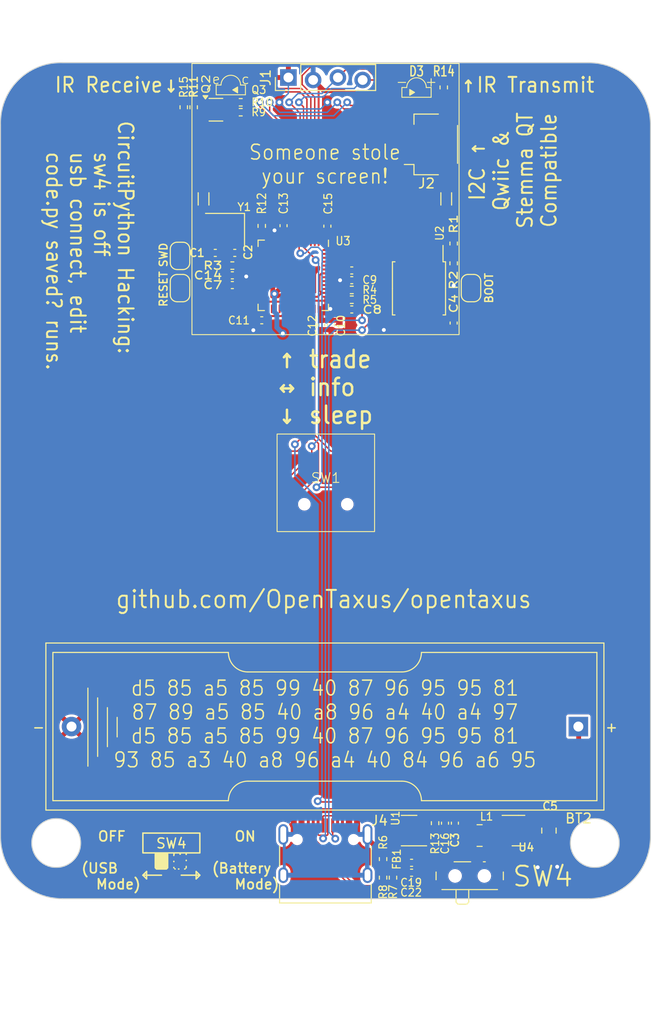
<source format=kicad_pcb>
(kicad_pcb (version 20241229) (generator "pcbnew") (generator_version "9.0")
  (title_block (title "OpenTaxus Badge") (date "2024-06-12") (rev "1.0") (comment 1 "Joe FitzPatrick") (comment 2 "joefitz@securinghw.com"))
  (layers (0 "F.Cu" signal) (2 "B.Cu" signal) (13 "F.Paste" user) (15 "B.Paste" user) (5 "F.SilkS" user "F.Silkscreen") (7 "B.SilkS" user "B.Silkscreen") (1 "F.Mask" user) (3 "B.Mask" user) (25 "Edge.Cuts" user))
  (net 0 "")
  (net 1 "GND")
  (net 2 "Net-(C1-Pad1)")
  (net 3 "/XIN")
  (net 4 "+3V3")
  (net 5 "+1V1")
  (net 6 "/VBUS")
  (net 7 "/GPIO0{slash}TX")
  (net 8 "/GPIO1{slash}RX")
  (net 9 "/SHIELD")
  (net 10 "/~{USB_BOOT}")
  (net 11 "Net-(J4-CC1)")
  (net 12 "/USB_D-")
  (net 13 "/USB_D+")
  (net 15 "Net-(J4-CC2)")
  (net 17 "Net-(U4-SW)")
  (net 18 "/QSPI_SS")
  (net 19 "/XOUT")
  (net 20 "Net-(U3-USB_DP)")
  (net 21 "Net-(U3-USB_DM)")
  (net 22 "/GPIO2{slash}SD")
  (net 23 "/GPIO3{slash}L")
  (net 24 "/GPIO28_ADC2{slash}D")
  (net 25 "/GPIO4{slash}R")
  (net 26 "/GPIO29_ADC3{slash}X")
  (net 27 "/QSPI_SD1")
  (net 28 "/QSPI_SD2")
  (net 29 "/QSPI_SD0")
  (net 30 "/QSPI_SCLK")
  (net 31 "/QSPI_SD3")
  (net 32 "/GPIO5")
  (net 33 "/GPIO6{slash}SDA")
  (net 34 "/GPIO7{slash}SCL")
  (net 35 "/GPIO8")
  (net 36 "+VSW")
  (net 37 "/GPIO13")
  (net 38 "/GPIO14")
  (net 39 "/GPIO15")
  (net 40 "/SWCLK")
  (net 41 "/SWD")
  (net 42 "/RUN")
  (net 43 "/GPIO16")
  (net 44 "/GPIO17")
  (net 45 "/GPIO18")
  (net 46 "/GPIO19")
  (net 47 "/GPIO20")
  (net 48 "/GPIO21")
  (net 49 "/GPIO22")
  (net 50 "/GPIO23")
  (net 51 "/GPIO24")
  (net 52 "/GPIO25")
  (net 53 "/VUSB")
  (net 54 "/GPIO27_ADC1{slash}U")
  (net 55 "Net-(Q2A-B1)")
  (net 57 "Net-(D1-DIN)")
  (net 58 "Net-(Q2A-C1)")
  (net 59 "Net-(D3-A)")
  (net 60 "/GPIO26_ADC0{slash}USB_DET")
  (net 61 "/GPIO11{slash}NEO_PWR")
  (net 62 "/GPIO12{slash}NEOPIX")
  (net 63 "/VBATT")
  (net 64 "/VREG")
  (net 65 "Net-(D1-DOUT)")
  (footprint "ir:IR12-21C-TR8" (layer "F.Cu") (at 68.072 28.448)
    (property "Reference" "D3")
    (property "Value" "IR12-21C/TR8" (hide yes))
  )
  (footprint "dpad:10x10x10x9-6P-WX" (layer "F.Cu") (at 58.77 68.48)
    (property "Reference" "SW1")
    (property "Value" "dpad")
  )
  (footprint "Capacitor_SMD:C_0402_1005Metric" (layer "F.Cu") (at 47.43 44.906 180)
    (property "Reference" "C1")
    (property "Value" "22p" (hide yes))
  )
  (footprint "Resistor_SMD:R_0402_1005Metric" (layer "F.Cu") (at 65.659 108.966 -90)
    (property "Reference" "R7")
    (property "Value" "5k1" (hide yes))
  )
  (footprint "Capacitor_SMD:C_0402_1005Metric" (layer "F.Cu") (at 52.197 51.816 180)
    (property "Reference" "C11")
    (property "Value" "100n" (hide yes))
  )
  (footprint "Resistor_SMD:R_0402_1005Metric" (layer "F.Cu") (at 71.882 45.974 90)
    (property "Reference" "R2")
    (property "Value" "DNP" (hide yes))
  )
  (footprint "Inductor_SMD:L_0402_1005Metric" (layer "F.Cu") (at 67.564 106.426 180)
    (property "Reference" "FB1")
    (property "Value" "600R" (hide yes))
  )
  (footprint "Battery:BatteryHolder_Keystone_2460_1xAA" (layer "F.Cu") (at 84.674 93.472 180)
    (property "Reference" "BT2")
    (property "Value" "AA")
  )
  (footprint "Resistor_SMD:R_0402_1005Metric" (layer "F.Cu") (at 44.196 29.972 -90)
    (property "Reference" "R15")
    (property "Value" "DNP" (hide yes))
  )
  (footprint "Connector_JST:JST_SH_SM04B-SRSS-TB_1x04-1MP_P1.00mm_Horizontal" (layer "F.Cu") (at 69.596 33.782 90)
    (property "Reference" "J2")
    (property "Value" "qwiic" (hide yes))
  )
  (footprint "ws2812b:LED_WS2812B_PLCC4_1.0x1.0mm" (layer "F.Cu") (at 46.228 39.37 -90)
    (property "Reference" "D1" (hide yes))
    (property "Value" "WS2812B" (hide yes))
  )
  (footprint "Resistor_SMD:R_0402_1005Metric" (layer "F.Cu") (at 61.43 48.706)
    (property "Reference" "R4")
    (property "Value" "27" (hide yes))
  )
  (footprint "Resistor_SMD:R_0402_1005Metric" (layer "F.Cu") (at 64.643 107.061 90)
    (property "Reference" "R6")
    (property "Value" "1M" (hide yes))
  )
  (footprint "Resistor_SMD:R_0402_1005Metric" (layer "F.Cu") (at 71.882 43.942 90)
    (property "Reference" "R1")
    (property "Value" "1k" (hide yes))
  )
  (footprint "Resistor_SMD:R_0402_1005Metric" (layer "F.Cu") (at 49.18 46.206 180)
    (property "Reference" "R3")
    (property "Value" "1k" (hide yes))
  )
  (footprint "Resistor_SMD:R_0402_1005Metric" (layer "F.Cu") (at 61.43 49.706 180)
    (property "Reference" "R5")
    (property "Value" "27" (hide yes))
  )
  (footprint "Capacitor_SMD:C_0402_1005Metric" (layer "F.Cu") (at 72.009 103.378 90)
    (property "Reference" "C3")
    (property "Value" "10u" (hide yes))
  )
  (footprint "Capacitor_SMD:C_0402_1005Metric" (layer "F.Cu") (at 67.564 107.442 180)
    (property "Reference" "C19")
    (property "Value" "100n" (hide yes))
  )
  (footprint "Resistor_SMD:R_0402_1005Metric" (layer "F.Cu") (at 50.038 29.464 180)
    (property "Reference" "R10")
    (property "Value" "200k" (hide yes))
  )
  (footprint "Package_TO_SOT_SMD:SOT-363_SC-70-6" (layer "F.Cu") (at 47.498 30.226)
    (property "Reference" "Q2")
    (property "Value" "BC847BS" (hide yes))
  )
  (footprint "Resistor_SMD:R_0402_1005Metric" (layer "F.Cu") (at 45.212 29.972 -90)
    (property "Reference" "R11")
    (property "Value" "1k" (hide yes))
  )
  (footprint "Button_Switch_SMD:SW_SPDT_PCM12" (layer "F.Cu") (at 73.5275 108.458)
    (property "Reference" "SW4")
    (property "Value" "SW_SPDT" (hide yes))
  )
  (footprint "Jumper:SolderJumper-2_P1.3mm_Open_RoundedPad1.0x1.5mm" (layer "F.Cu") (at 43.815 45.212 90)
    (property "Reference" "J3" (hide yes))
    (property "Value" "SWD")
  )
  (footprint "Package_DFN_QFN:QFN-56-1EP_7x7mm_P0.4mm_EP3.2x3.2mm" (layer "F.Cu") (at 55.43 47.206 -90)
    (property "Reference" "U3")
    (property "Value" "RP2040" (hide yes))
  )
  (footprint "ir:PT12-21B-TR8" (layer "F.Cu") (at 49.022 28.194)
    (property "Reference" "Q3")
    (property "Value" "PT12-21B/TR8" (hide yes))
  )
  (footprint "ws2812b:LED_WS2812B_PLCC4_1.0x1.0mm" (layer "F.Cu") (at 71.12 39.37 90)
    (property "Reference" "D2" (hide yes))
    (property "Value" "WS2812B" (hide yes))
  )
  (footprint "Capacitor_SMD:C_0402_1005Metric" (layer "F.Cu") (at 49.18 47.206 180)
    (property "Reference" "C14")
    (property "Value" "100n" (hide yes))
  )
  (footprint "Capacitor_SMD:C_0402_1005Metric" (layer "F.Cu") (at 61.43 47.706)
    (property "Reference" "C9")
    (property "Value" "100n" (hide yes))
  )
  (footprint "Capacitor_SMD:C_0402_1005Metric" (layer "F.Cu") (at 70.993 103.378 90)
    (property "Reference" "C16")
    (property "Value" "10u" (hide yes))
  )
  (footprint "usbc:USB_C_Receptacle_HRO_TYPE-C-31-M-12" (layer "F.Cu") (at 58.725 107.662)
    (property "Reference" "J4")
    (property "Value" "USB_C_Receptacle_USB2.0" (hide yes))
  )
  (footprint "Capacitor_SMD:C_0402_1005Metric" (layer "F.Cu") (at 49.43 44.906 180)
    (property "Reference" "C2")
    (property "Value" "22p" (hide yes))
  )
  (footprint "Resistor_SMD:R_0402_1005Metric" (layer "F.Cu") (at 52.197 42.1386 90)
    (property "Reference" "R12")
    (property "Value" "220" (hide yes))
  )
  (footprint "Resistor_SMD:R_0402_1005Metric" (layer "F.Cu") (at 64.643 108.964 90)
    (property "Reference" "R8")
    (property "Value" "5k1" (hide yes))
  )
  (footprint "Crystal:Crystal_SMD_3225-4Pin_3.2x2.5mm" (layer "F.Cu") (at 48.43 42.506 180)
    (property "Reference" "Y1")
    (property "Value" "YSX321SL" (hide yes))
  )
  (footprint "Connector_PinHeader_2.54mm:PinHeader_1x04_P2.54mm_Vertical" (layer "F.Cu") (at 58.7375 26.924)
    (property "Reference" "J1")
    (property "Value" "OLED")
  )
  (footprint "Package_TO_SOT_SMD:SOT-23" (layer "F.Cu") (at 78.529 104.14)
    (property "Reference" "U4")
    (property "Value" "XT1861B332MR-G" (hide yes))
  )
  (footprint "Package_TO_SOT_SMD:SOT-23-3" (layer "F.Cu") (at 67.31 104.14 180)
    (property "Reference" "U1")
    (property "Value" "HE6206-33NR" (hide yes))
  )
  (footprint "Capacitor_SMD:C_0402_1005Metric" (layer "F.Cu") (at 59.3 52.29 -90)
    (property "Reference" "C10")
    (property "Value" "10u" (hide yes))
  )
  (footprint "Capacitor_SMD:C_0402_1005Metric" (layer "F.Cu") (at 71.882 52.098 90)
    (property "Reference" "C4")
    (property "Value" "100n" (hide yes))
  )
  (footprint "Capacitor_SMD:C_0402_1005Metric" (layer "F.Cu") (at 54.4322 42.1158 90)
    (property "Reference" "C13")
    (property "Value" "100n" (hide yes))
  )
  (footprint "Capacitor_SMD:C_0402_1005Metric" (layer "F.Cu") (at 67.564 108.458 180)
    (property "Reference" "C22")
    (property "Value" "10u" (hide yes))
  )
  (footprint "Jumper:SolderJumper-2_P1.3mm_Open_RoundedPad1.0x1.5mm" (layer "F.Cu") (at 73.66 48.514 -90)
    (property "Reference" "SW2" (hide yes))
    (property "Value" "USB_BOOT" (hide yes))
  )
  (footprint "Resistor_SMD:R_0402_1005Metric" (layer "F.Cu") (at 69.977 103.378 -90)
    (property "Reference" "R13")
    (property "Value" "1k")
  )
  (footprint "Capacitor_SMD:C_0402_1005Metric" (layer "F.Cu") (at 49.18 48.206 180)
    (property "Reference" "C7")
    (property "Value" "100n" (hide yes))
  )
  (footprint "Package_SO:SOIC-8_5.23x5.23mm_P1.27mm" (layer "F.Cu") (at 68.326 48.542 -90)
    (property "Reference" "U2")
    (property "Value" "W25Q128JVS" (hide yes))
  )
  (footprint "Jumper:SolderJumper-2_P1.3mm_Open_RoundedPad1.0x1.5mm" (layer "F.Cu") (at 43.815 48.514 -90)
    (property "Reference" "SW3" (hide yes))
    (property "Value" "RESET")
  )
  (footprint "Capacitor_SMD:C_0805_2012Metric" (layer "F.Cu") (at 81.6555 104.14 90)
    (property "Reference" "C5")
    (property "Value" "47u" (hide yes))
  )
  (footprint "Capacitor_SMD:C_0402_1005Metric" (layer "F.Cu") (at 58.3 52.3 -90)
    (property "Reference" "C12")
    (property "Value" "100n" (hide yes))
  )
  (footprint "Resistor_SMD:R_0402_1005Metric" (layer "F.Cu") (at 50.038 30.48 180)
    (property "Reference" "R9")
    (property "Value" "200k" (hide yes))
  )
  (footprint "Inductor_SMD:L_1008_2520Metric" (layer "F.Cu") (at 74.5435 104.648)
    (property "Reference" "L1")
    (property "Value" "10u" (hide yes))
  )
  (footprint "Capacitor_SMD:C_0402_1005Metric" (layer "F.Cu") (at 61.43 46.706)
    (property "Reference" "C6" (hide yes))
    (property "Value" "100n" (hide yes))
  )
  (footprint "Capacitor_SMD:C_0402_1005Metric" (layer "F.Cu") (at 61.43 50.706)
    (property "Reference" "C8")
    (property "Value" "10u" (hide yes))
  )
  (footprint "Resistor_SMD:R_0402_1005Metric" (layer "F.Cu") (at 70.866 27.94 -90)
    (property "Reference" "R14")
    (property "Value" "220" (hide yes))
  )
  (footprint "Capacitor_SMD:C_0402_1005Metric" (layer "F.Cu") (at 58.928 42.164 90)
    (property "Reference" "C15")
    (property "Value" "100n" (hide yes))
  )
  (gr_line (start 40.005 108.712) (end 40.386 109.093) (stroke (width 0.15)) (layer "F.SilkS"))
  (gr_poly (pts (xy 44.45 106.553) (xy 44.45 107.95) (xy 44.323 108.077) (xy 43.307 108.077) (xy 43.18 107.95) (xy 43.18 106.553)) (stroke (width 0.15) (type dot)) (fill no) (layer "F.SilkS"))
  (gr_line (start 40.386 108.331) (end 40.005 108.712) (stroke (width 0.15)) (layer "F.SilkS"))
  (gr_line (start 45.847 108.712) (end 45.466 108.331) (stroke (width 0.15)) (layer "F.SilkS"))
  (gr_rect (start 40.005 104.394) (end 45.847 106.426) (stroke (width 0.15)) (fill no) (layer "F.SilkS"))
  (gr_line (start 43.942 108.712) (end 45.847 108.712) (stroke (width 0.15)) (layer "F.SilkS"))
  (gr_line (start 45.466 109.093) (end 45.847 108.712) (stroke (width 0.15)) (layer "F.SilkS"))
  (gr_line (start 41.91 108.712) (end 40.005 108.712) (stroke (width 0.15)) (layer "F.SilkS"))
  (gr_line (start 40.386 109.093) (end 40.386 108.331) (stroke (width 0.15)) (layer "F.SilkS"))
  (gr_poly (pts (xy 42.545 106.553) (xy 42.545 107.95) (xy 42.418 108.077) (xy 41.402 108.077) (xy 41.275 107.95) (xy 41.275 106.553)) (stroke (width 0.15)) (fill yes) (layer "F.SilkS"))
  (gr_line (start 45.466 108.331) (end 45.466 109.093) (stroke (width 0.15)) (layer "F.SilkS"))
  (gr_line (start 40.005 108.712) (end 40.386 108.331) (stroke (width 0.15)) (layer "F.SilkS"))
  (gr_line (start 45.847 108.712) (end 45.466 109.093) (stroke (width 0.15)) (layer "F.SilkS"))
  (gr_line (start 85.725 25.4) (end 31.75 25.4) (stroke (width 0.1)) (layer "Edge.Cuts"))
  (gr_line (start 31.75 111.125) (end 85.725 111.125) (stroke (width 0.1)) (layer "Edge.Cuts"))
  (gr_arc (start 31.75 111.125) (mid 27.259872 109.265128) (end 25.4 104.775) (stroke (width 0.1)) (layer "Edge.Cuts"))
  (gr_circle (center 31.115 105.41) (end 33.6169 105.41) (stroke (width 0.1)) (fill no) (layer "Edge.Cuts"))
  (gr_line (start 92.075 104.775) (end 92.075 31.75) (stroke (width 0.1)) (layer "Edge.Cuts"))
  (gr_arc (start 92.075 104.775) (mid 90.215128 109.265128) (end 85.725 111.125) (stroke (width 0.1)) (layer "Edge.Cuts"))
  (gr_circle (center 86.36 105.41) (end 88.8619 105.41) (stroke (width 0.1)) (fill no) (layer "Edge.Cuts"))
  (gr_arc (start 25.4 31.75) (mid 27.205788 27.205788) (end 31.75 25.4) (stroke (width 0.1)) (layer "Edge.Cuts"))
  (gr_arc (start 85.725 25.4) (mid 90.215128 27.259872) (end 92.075 31.75) (stroke (width 0.1)) (layer "Edge.Cuts"))
  (gr_line (start 25.4 31.75) (end 25.4 104.775) (stroke (width 0.1)) (layer "Edge.Cuts"))
  (gr_text "IR Receive↓ " (at 44.958 27.686 0) (layer "F.SilkS") (effects (font (size 1.524 1.397) (thickness 0.2032)) (justify right)))
  (gr_text "d5 85 a5 85 99 40 87 96 95 95 81\n87 89 a5 85 40 a8 96 a4 40 a4 97\nd5 85 a5 85 99 40 87 96 95 95 81\n93 85 a3 40 a8 96 a4 40 84 96 a6 95" (at 58.674 93.218 0) (layer "F.SilkS") (effects (font (size 1.524 1.397) (thickness 0.1524))))
  (gr_text "CircuitPython Hacking:\n   sw4 is off \n   usb connect, edit \n   code.py saved? runs." (at 34.544 31.242 270) (layer "F.SilkS") (effects (font (size 1.524 1.397) (thickness 0.2032)) (justify left)))
  (gr_text "Someone stole\nyour screen!" (at 58.674 35.814 0) (layer "F.SilkS") (effects (font (size 1.524 1.397) (thickness 0.1524))))
  (gr_text "SW4" (at 41.275 106.045 0) (layer "F.SilkS") (effects (font (size 1.016 1.016) (thickness 0.1524)) (justify left bottom)))
  (gr_text "↑IR Transmit" (at 72.39 27.686 0) (layer "F.SilkS") (effects (font (size 1.524 1.397) (thickness 0.2032)) (justify left)))
  (gr_text "BOOT" (at 75.51 48.52 90) (layer "F.SilkS") (effects (font (size 0.8 0.8))))
  (gr_text "I2C ↑\nQwiic &\nStemma QT\nCompatible" (at 77.978 36.449 90) (layer "F.SilkS") (effects (font (size 1.524 1.397) (thickness 0.2032))))
  (gr_text "\ngithub.com/OpenTaxus/opentaxus\n" (at 58.547 78.994 0) (layer "F.SilkS") (effects (font (size 1.778 1.651) (thickness 0.2032))))
  (gr_text "OFF  \n\n(USB   \n  Mode)" (at 39.878 104.14 0) (layer "F.SilkS") (effects (font (size 1.016 1.016) (thickness 0.1778) (bold yes)) (justify right top)))
  (gr_text "↑ trade\n↔ info\n↓ sleep" (at 53.594 58.674 0) (layer "F.SilkS") (effects (font (size 1.778 1.651) (thickness 0.254)) (justify left)))
  (gr_text "   ON\n\n(Battery\n   Mode)" (at 46.99 104.14 0) (layer "F.SilkS") (effects (font (size 1.016 1.016) (thickness 0.1778) (bold yes)) (justify left top)))
  (segment (start 51.493994 46.206) (end 50.193994 44.906) (width 0.15) (layer "F.Cu") (net 1))
  (segment (start 55.43 47.206) (end 54.18 48.456) (width 0.5) (layer "F.Cu") (net 1))
  (segment (start 52.491006 46.206) (end 53.491006 47.206) (width 0.15) (layer "F.Cu") (net 1))
  (segment (start 53.491006 47.206) (end 55.43 47.206) (width 0.15) (layer "F.Cu") (net 1))
  (segment (start 54.5846 46.3606) (end 55.43 47.206) (width 0.5) (layer "F.Cu") (net 1))
  (segment (start 55.78 32.70642) (end 55.78 40.288) (width 0.15) (layer "F.Cu") (net 1))
  (segment (start 51.9925 46.206) (end 51.493994 46.206) (width 0.15) (layer "F.Cu") (net 1))
  (segment (start 50.189999 44.906) (end 49.91 44.906) (width 0.2) (layer "F.Cu") (net 1))
  (segment (start 51.9925 46.206) (end 52.491006 46.206) (width 0.15) (layer "F.Cu") (net 1))
  (segment (start 55.43 47.206) (end 53.536 49.1) (width 0.5) (layer "F.Cu") (net 1))
  (segment (start 53.536 49.1) (end 53.5 49.1) (width 0.5) (layer "F.Cu") (net 1))
  (segment (start 55.78 40.288) (end 54.4322 41.6358) (width 0.15) (layer "F.Cu") (net 1))
  (segment (start 55.43 47.206) (end 56.68 47.206) (width 0.5) (layer "F.Cu") (net 1))
  (segment (start 54.007259 30.933679) (end 55.78 32.70642) (width 0.15) (layer "F.Cu") (net 1))
  (segment (start 54.007259 29.464) (end 54.007259 30.933679) (width 0.15) (layer "F.Cu") (net 1))
  (segment (start 50.193994 44.906) (end 49.91 44.906) (width 0.15) (layer "F.Cu") (net 1))
  (via (at 58.928 29.464) (size 0.8) (drill 0.4) (layers "F.Cu" "B.Cu") (net 1))
  (via (at 54.356 53.1622) (size 0.8) (drill 0.4) (layers "F.Cu" "B.Cu") (net 1))
  (via (at 53.5 49.1) (size 0.8) (drill 0.4) (layers "F.Cu" "B.Cu") (net 1))
  (via (at 54.007259 29.464) (size 0.8) (drill 0.4) (layers "F.Cu" "B.Cu") (net 1))
  (segment (start 53.7464 51.2064) (end 53.5 50.96) (width 0.5) (layer "B.Cu") (net 1))
  (segment (start 58.2468 30.1452) (end 54.688459 30.1452) (width 0.15) (layer "B.Cu") (net 1))
  (segment (start 54.688459 30.1452) (end 54.007259 29.464) (width 0.15) (layer "B.Cu") (net 1))
  (segment (start 53.7464 52.5526) (end 53.7464 51.2064) (width 0.5) (layer "B.Cu") (net 1))
  (segment (start 54.007259 29.464) (end 54.9275 28.543759) (width 0.15) (layer "B.Cu") (net 1))
  (segment (start 58.928 29.464) (end 58.2468 30.1452) (width 0.15) (layer "B.Cu") (net 1))
  (segment (start 54.9275 28.543759) (end 54.9275 26.924) (width 0.15) (layer "B.Cu") (net 1))
  (segment (start 54.356 53.1622) (end 53.7464 52.5526) (width 0.5) (layer "B.Cu") (net 1))
  (segment (start 53.5 50.96) (end 53.5 49.1) (width 0.5) (layer "B.Cu") (net 1))
  (segment (start 47.91 43.936) (end 47.33 43.356) (width 0.2) (layer "F.Cu") (net 2))
  (segment (start 47.91 45.446) (end 48.67 46.206) (width 0.2) (layer "F.Cu") (net 2))
  (segment (start 47.91 44.906) (end 47.91 43.936) (width 0.2) (layer "F.Cu") (net 2))
  (segment (start 47.91 44.906) (end 47.91 45.446) (width 0.2) (layer "F.Cu") (net 2))
  (segment (start 48.53 42.556) (end 49.43 41.656) (width 0.2) (layer "F.Cu") (net 3))
  (segment (start 49.43 41.656) (end 49.53 41.656) (width 0.2) (layer "F.Cu") (net 3))
  (segment (start 49.613704 45.569704) (end 50.362724 45.569704) (width 0.15) (layer "F.Cu") (net 3))
  (segment (start 48.95 44.906) (end 49.613704 45.569704) (width 0.15) (layer "F.Cu") (net 3))
  (segment (start 51.39902 46.606) (end 51.9925 46.606) (width 0.15) (layer "F.Cu") (net 3))
  (segment (start 50.362724 45.569704) (end 51.39902 46.606) (width 0.15) (layer "F.Cu") (net 3))
  (segment (start 48.53 44.486) (end 48.53 42.556) (width 0.2) (layer "F.Cu") (net 3))
  (segment (start 48.95 44.906) (end 48.53 44.486) (width 0.2) (layer "F.Cu") (net 3))
  (segment (start 64.7192 52.8066) (end 64.7192 53.082832) (width 0.5) (layer "F.Cu") (net 4))
  (segment (start 57.4675 27.178) (end 58.03 27.7405) (width 0.2) (layer "F.Cu") (net 4))
  (segment (start 58.8675 50.611) (end 58.8675 49.556) (width 0.5) (layer "F.Cu") (net 4))
  (segment (start 59.93 47.406) (end 60.23 47.706) (width 0.2) (layer "F.Cu") (net 4))
  (segment (start 58.8675 47.806) (end 60.13 47.806) (width 0.2) (layer "F.Cu") (net 4))
  (segment (start 54.43 50.10964) (end 54.73364 49.806) (width 0.2) (layer "F.Cu") (net 4))
  (segment (start 60.13 47.806) (end 60.23 47.706) (width 0.2) (layer "F.Cu") (net 4))
  (segment (start 51.849266 52.832) (end 52.677 52.004266) (width 0.5) (layer "F.Cu") (net 4))
  (segment (start 58.18 50.611) (end 58.8675 50.611) (width 0.5) (layer "F.Cu") (net 4))
  (segment (start 58.03 50.6435) (end 58.03 49.806) (width 0.2) (layer "F.Cu") (net 4))
  (segment (start 66.021 33.334684) (end 66.021 30.297945) (width 0.5) (layer "F.Cu") (net 4))
  (segment (start 50.686521 47.406) (end 50.605206 47.324685) (width 0.2) (layer "F.Cu") (net 4))
  (segment (start 70.231 52.524684) (end 70.231 52.142) (width 0.5) (layer "F.Cu") (net 4))
  (segment (start 58.03 49.806) (end 58.8675 49.806) (width 0.2) (layer "F.Cu") (net 4))
  (segment (start 58.8675 49.406) (end 58.8675 49.806) (width 0.2) (layer "F.Cu") (net 4))
  (segment (start 58.3 51.82) (end 58.3 50.7635) (width 0.5) (layer "F.Cu") (net 4))
  (segment (start 54.22636 51.381) (end 53.112 51.381) (width 0.2) (layer "F.Cu") (net 4))
  (segment (start 58.928 42.644) (end 58.928 42.8705) (width 0.15) (layer "F.Cu") (net 4))
  (segment (start 70.667 52.578) (end 70.231 52.142) (width 0.5) (layer "F.Cu") (net 4))
  (segment (start 54.43 51.17736) (end 54.22636 51.381) (width 0.2) (layer "F.Cu") (net 4))
  (segment (start 71.9 46.502) (end 71.882 46.484) (width 0.5) (layer "F.Cu") (net 4))
  (segment (start 66.968316 34.282) (end 66.021 33.334684) (width 0.5) (layer "F.Cu") (net 4))
  (segment (start 53.112 51.381) (end 52.677 51.816) (width 0.2) (layer "F.Cu") (net 4))
  (segment (start 51.3334 52.832) (end 51.849266 52.832) (width 0.5) (layer "F.Cu") (net 4))
  (segment (start 58.928 42.8705) (end 58.03 43.7685) (width 0.15) (layer "F.Cu") (net 4))
  (segment (start 60.23 47.706) (end 60.95 47.706) (width 0.2) (layer "F.Cu") (net 4))
  (segment (start 68.663684 54.092) (end 70.231 52.524684) (width 0.5) (layer "F.Cu") (net 4))
  (segment (start 60.708422 28.478) (end 60.500622 28.2702) (width 0.5) (layer "F.Cu") (net 4))
  (segment (start 54.43 50.6435) (end 54.43 51.17736) (width 0.2) (layer "F.Cu") (net 4))
  (segment (start 58.3 50.7635) (end 58.18 50.6435) (width 0.5) (layer "F.Cu") (net 4))
  (segment (start 51.9925 47.406) (end 50.686521 47.406) (width 0.2) (layer "F.Cu") (net 4))
  (segment (start 58.8675 47.406) (end 59.93 47.406) (width 0.2) (layer "F.Cu") (net 4))
  (segment (start 64.7192 53.082832) (end 65.728368 54.092) (width 0.5) (layer "F.Cu") (net 4))
  (segment (start 58.5597 28.2702) (end 57.4675 27.178) (width 0.5) (layer "F.Cu") (net 4))
  (segment (start 67.596 34.282) (end 66.968316 34.282) (width 0.5) (layer "F.Cu") (net 4))
  (segment (start 58.03 27.7405) (end 58.03 43.7685) (width 0.2) (layer "F.Cu") (net 4))
  (segment (start 71.882 46.484) (end 71.882 48.26) (width 0.5) (layer "F.Cu") (net 4))
  (segment (start 58.18 50.611) (end 58.18 50.6435) (width 0.5) (layer "F.Cu") (net 4))
  (segment (start 50.486521 47.206) (end 50.605206 47.324685) (width 0.5) (layer "F.Cu") (net 4))
  (segment (start 64.201055 28.478) (end 60.708422 28.478) (width 0.5) (layer "F.Cu") (net 4))
  (segment (start 71.882 52.578) (end 70.667 52.578) (width 0.5) (layer "F.Cu") (net 4))
  (segment (start 60.500622 28.2702) (end 58.5597 28.2702) (width 0.5) (layer "F.Cu") (net 4))
  (segment (start 52.677 52.004266) (end 52.677 51.816) (width 0.5) (layer "F.Cu") (net 4))
  (segment (start 54.43 50.6435) (end 54.43 50.10964) (width 0.2) (layer "F.Cu") (net 4))
  (segment (start 54.43 42.598) (end 54.43 43.7685) (width 0.2) (layer "F.Cu") (net 4))
  (segment (start 54.4322 42.5958) (end 54.43 42.598) (width 0.2) (layer "F.Cu") (net 4))
  (segment (start 65.728368 54.092) (end 68.663684 54.092) (width 0.5) (layer "F.Cu") (net 4))
  (segment (start 66.021 30.297945) (end 64.201055 28.478) (width 0.5) (layer "F.Cu") (net 4))
  (segment (start 54.73364 49.806) (end 58.03 49.806) (width 0.2) (layer "F.Cu") (net 4))
  (segment (start 49.66 47.206) (end 50.486521 47.206) (width 0.5) (layer "F.Cu") (net 4))
  (segment (start 54.4322 42.5958) (end 53.505 42.5958) (width 0.2) (layer "F.Cu") (net 4))
  (via (at 64.7192 52.8066) (size 0.8) (drill 0.4) (layers "F.Cu" "B.Cu") (net 4))
  (via (at 59.2328 50.6476) (size 0.8) (drill 0.4) (layers "F.Cu" "B.Cu") (net 4))
  (via (at 51.3334 52.832) (size 0.8) (drill 0.4) (layers "F.Cu" "B.Cu") (net 4))
  (via (at 82.5 107.85) (size 0.8) (drill 0.4) (layers "F.Cu" "B.Cu") (net 4))
  (via (at 60.23 47.706) (size 0.8) (drill 0.4) (layers "F.Cu" "B.Cu") (net 4))
  (via (at 80.5 107.9) (size 0.8) (drill 0.4) (layers "F.Cu" "B.Cu") (net 4))
  (via (at 53.505 42.5958) (size 0.8) (drill 0.4) (layers "F.Cu" "B.Cu") (net 4))
  (via (at 50.605206 47.324685) (size 0.8) (drill 0.4) (layers "F.Cu" "B.Cu") (net 4))
  (via (at 71.882 48.26) (size 0.8) (drill 0.4) (layers "F.Cu" "B.Cu") (net 4))
  (segment (start 52.73 48.00964) (end 52.73 49.83) (width 0.2) (layer "F.Cu") (net 5))
  (segment (start 58.13 47.211025) (end 58.13 48.800975) (width 0.2) (layer "F.Cu") (net 5))
  (segment (start 57.935025 49.406) (end 58.335025 49.006) (width 0.2) (layer "F.Cu") (net 5))
  (segment (start 52.73 49.83) (end 52.806 49.906) (width 0.2) (layer "F.Cu") (net 5))
  (segment (start 51.9925 47.806) (end 52.52636 47.806) (width 0.2) (layer "F.Cu") (net 5))
  (segment (start 58.335025 47.006) (end 58.13 47.211025) (width 0.2) (layer "F.Cu") (net 5))
  (segment (start 54.067954 49.906) (end 54.567955 49.406) (width 0.2) (layer "F.Cu") (net 5))
  (segment (start 54.567955 49.406) (end 57.935025 49.406) (width 0.2) (layer "F.Cu") (net 5))
  (segment (start 50.771661 48.206) (end 49.66 48.206) (width 0.2) (layer "F.Cu") (net 5))
  (segment (start 52.52636 47.806) (end 52.73 48.00964) (width 0.2) (layer "F.Cu") (net 5))
  (segment (start 52.806 49.906) (end 54.067954 49.906) (width 0.2) (layer "F.Cu") (net 5))
  (segment (start 51.9925 47.806) (end 51.171661 47.806) (width 0.2) (layer "F.Cu") (net 5))
  (segment (start 60.35 49.956025) (end 60.35 50.106) (width 0.2) (layer "F.Cu") (net 5))
  (segment (start 58.8675 47.006) (end 60.65 47.006) (width 0.2) (layer "F.Cu") (net 5))
  (segment (start 59.399975 49.006) (end 60.35 49.956025) (width 0.2) (layer "F.Cu") (net 5))
  (segment (start 58.8675 49.006) (end 59.399975 49.006) (width 0.2) (layer "F.Cu") (net 5))
  (segment (start 58.335025 49.006) (end 58.8675 49.006) (width 0.2) (layer "F.Cu") (net 5))
  (segment (start 58.8675 47.006) (end 58.335025 47.006) (width 0.2) (layer "F.Cu") (net 5))
  (segment (start 51.171661 47.806) (end 50.771661 48.206) (width 0.2) (layer "F.Cu") (net 5))
  (segment (start 60.65 47.006) (end 60.95 46.706) (width 0.2) (layer "F.Cu") (net 5))
  (segment (start 58.13 48.800975) (end 58.335025 49.006) (width 0.2) (layer "F.Cu") (net 5))
  (segment (start 60.35 50.106) (end 60.95 50.706) (width 0.2) (layer "F.Cu") (net 5))
  (segment (start 65.06 103.287) (end 65.06 104.542684) (width 0.5) (layer "F.Cu") (net 6))
  (segment (start 61.175 103.617) (end 61.175 102.492) (width 0.5) (layer "F.Cu") (net 6))
  (segment (start 65.06 104.542684) (end 66.943316 106.426) (width 0.5) (layer "F.Cu") (net 6))
  (segment (start 56.275 102.392) (end 56.275 103.617) (width 0.5) (layer "F.Cu") (net 6))
  (segment (start 63.5 101.727) (end 65.06 103.287) (width 0.5) (layer "F.Cu") (net 6))
  (segment (start 56.275 103.397) (end 56.475 103.597) (width 0.3) (layer "F.Cu") (net 6))
  (segment (start 61.94 101.727) (end 63.5 101.727) (width 0.5) (layer "F.Cu") (net 6))
  (segment (start 61.075 103.617) (end 61.075 102.442) (width 0.5) (layer "F.Cu") (net 6))
  (segment (start 61.075 102.442) (end 60.725 102.092) (width 0.5) (layer "F.Cu") (net 6))
  (segment (start 66.943316 106.426) (end 66.9465 106.426) (width 0.5) (layer "F.Cu") (net 6))
  (segment (start 61.175 102.492) (end 61.94 101.727) (width 0.5) (layer "F.Cu") (net 6))
  (segment (start 56.575 102.092) (end 56.275 102.392) (width 0.5) (layer "F.Cu") (net 6))
  (segment (start 60.725 102.092) (end 56.575 102.092) (width 0.5) (layer "F.Cu") (net 6))
  (segment (start 56.3425 26.712009) (end 57.351509 25.703) (width 0.15) (layer "F.Cu") (net 7))
  (segment (start 57.351509 25.703) (end 69.139 25.703) (width 0.15) (layer "F.Cu") (net 7))
  (segment (start 69.139 25.703) (end 70.866 27.43) (width 0.15) (layer "F.Cu") (net 7))
  (segment (start 57.63 28.931491) (end 56.3425 27.643991) (width 0.15) (layer "F.Cu") (net 7))
  (segment (start 56.3425 27.643991) (end 56.3425 26.712009) (width 0.15) (layer "F.Cu") (net 7))
  (segment (start 57.63 43.7685) (end 57.63 28.931491) (width 0.15) (layer "F.Cu") (net 7))
  (segment (start 57.23 43.7685) (end 57.23 29.026465) (width 0.15) (layer "F.Cu") (net 8))
  (segment (start 48.044188 29.051) (end 49.115 29.051) (width 0.25) (layer "F.Cu") (net 8))
  (segment (start 56.252535 28.049) (end 51.78039 28.049) (width 0.15) (layer "F.Cu") (net 8))
  (segment (start 51.15039 27.419) (end 49.94761 27.419) (width 0.15) (layer "F.Cu") (net 8))
  (segment (start 49.115 29.051) (end 49.528 29.464) (width 0.25) (layer "F.Cu") (net 8))
  (segment (start 51.78039 28.049) (end 51.15039 27.419) (width 0.15) (layer "F.Cu") (net 8))
  (segment (start 47.426812 30.876) (end 47.798 30.504812) (width 0.25) (layer "F.Cu") (net 8))
  (segment (start 57.23 29.026465) (end 56.252535 28.049) (width 0.15) (layer "F.Cu") (net 8))
  (segment (start 49.528 27.83861) (end 49.528 29.464) (width 0.15) (layer "F.Cu") (net 8))
  (segment (start 47.798 30.504812) (end 47.798 29.297188) (width 0.25) (layer "F.Cu") (net 8))
  (segment (start 46.548 30.876) (end 47.426812 30.876) (width 0.25) (layer "F.Cu") (net 8))
  (segment (start 49.94761 27.419) (end 49.528 27.83861) (width 0.15) (layer "F.Cu") (net 8))
  (segment (start 47.798 29.297188) (end 48.044188 29.051) (width 0.25) (layer "F.Cu") (net 8))
  (segment (start 63.025 104.292) (end 63.045 104.312) (width 0.5) (layer "F.Cu") (net 9))
  (segment (start 63.045 104.532) (end 63.045 104.953) (width 0.5) (layer "F.Cu") (net 9))
  (segment (start 63.045 104.953) (end 64.643 106.551) (width 0.5) (layer "F.Cu") (net 9))
  (segment (start 54.7 104.237) (end 54.405 104.532) (width 0.5) (layer "B.Cu") (net 9))
  (segment (start 63.045 104.532) (end 62.75 104.237) (width 0.5) (layer "B.Cu") (net 9))
  (segment (start 72.477 46.681) (end 73.66 47.864) (width 0.15) (layer "F.Cu") (net 10))
  (segment (start 72.477 44.027) (end 72.477 46.681) (width 0.15) (layer "F.Cu") (net 10))
  (segment (start 71.882 43.432) (end 72.477 44.027) (width 0.15) (layer "F.Cu") (net 10))
  (segment (start 64.998 110.137) (end 65.659 109.476) (width 0.15) (layer "F.Cu") (net 11))
  (segment (start 61.636026 110.137) (end 64.998 110.137) (width 0.15) (layer "F.Cu") (net 11))
  (segment (start 60.125 108.625974) (end 61.636026 110.137) (width 0.15) (layer "F.Cu") (net 11))
  (segment (start 60.125 107.531597) (end 60.125 108.625974) (width 0.15) (layer "F.Cu") (net 11))
  (segment (start 57.475 103.617) (end 57.475 104.881597) (width 0.15) (layer "F.Cu") (net 11))
  (segment (start 57.475 104.881597) (end 60.125 107.531597) (width 0.15) (layer "F.Cu") (net 11))
  (segment (start 58.975 104.542) (end 58.9 104.617) (width 0.15) (layer "F.Cu") (net 12))
  (segment (start 58.05 104.617) (end 57.975 104.542) (width 0.15) (layer "F.Cu") (net 12))
  (segment (start 58.49 104.617) (end 58.05 104.617) (width 0.15) (layer "F.Cu") (net 12))
  (segment (start 58.9 104.617) (end 58.49 104.617) (width 0.15) (layer "F.Cu") (net 12))
  (segment (start 57.975 104.542) (end 57.975 103.617) (width 0.15) (layer "F.Cu") (net 12))
  (segment (start 58.49 104.617) (end 58.49 104.942002) (width 0.15) (layer "F.Cu") (net 12))
  (segment (start 62.484 50.25) (end 61.94 49.706) (width 0.15) (layer "F.Cu") (net 12))
  (segment (start 58.975 103.617) (end 58.975 104.542) (width 0.15) (layer "F.Cu") (net 12))
  (segment (start 62.484 51.816) (end 62.484 50.25) (width 0.15) (layer "F.Cu") (net 12))
  (via (at 62.484 51.816) (size 0.8) (drill 0.4) (layers "F.Cu" "B.Cu") (net 12))
  (via (at 58.49 104.942002) (size 0.8) (drill 0.4) (layers "F.Cu" "B.Cu") (net 12))
  (segment (start 62.484 51.816) (end 59.69 51.816) (width 0.15) (layer "B.Cu") (net 12))
  (segment (start 59.69 51.816) (end 58.7248 52.7812) (width 0.15) (layer "B.Cu") (net 12))
  (segment (start 58.7248 52.7812) (end 58.7248 104.707202) (width 0.15) (layer "B.Cu") (net 12))
  (segment (start 58.7248 104.707202) (end 58.49 104.942002) (width 0.15) (layer "B.Cu") (net 12))
  (segment (start 58.475 102.692) (end 58.55 102.617) (width 0.15) (layer "F.Cu") (net 13))
  (segment (start 58.475 103.617) (end 58.475 102.692) (width 0.15) (layer "F.Cu") (net 13))
  (segment (start 58.55 102.617) (end 59.4 102.617) (width 0.15) (layer "F.Cu") (net 13))
  (segment (start 62.050531 48.816531) (end 61.94 48.706) (width 0.3) (layer "F.Cu") (net 13))
  (segment (start 63.159 52.141003) (end 63.159 49.925) (width 0.15) (layer "F.Cu") (net 13))
  (segment (start 59.475 104.705) (end 59.74 104.97) (width 0.15) (layer "F.Cu") (net 13))
  (segment (start 63.159 49.925) (end 61.94 48.706) (width 0.15) (layer "F.Cu") (net 13))
  (segment (start 59.4 102.617) (end 59.475 102.692) (width 0.15) (layer "F.Cu") (net 13))
  (segment (start 59.475 102.692) (end 59.475 103.617) (width 0.15) (layer "F.Cu") (net 13))
  (segment (start 59.475 103.617) (end 59.475 104.705) (width 0.15) (layer "F.Cu") (net 13))
  (segment (start 62.484 52.816003) (end 63.159 52.141003) (width 0.15) (layer "F.Cu") (net 13))
  (via (at 62.484 52.816003) (size 0.8) (drill 0.4) (layers "F.Cu" "B.Cu") (net 13))
  (via (at 59.74 104.97) (size 0.8) (drill 0.4) (layers "F.Cu" "B.Cu") (net 13))
  (segment (start 59.69 52.832) (end 59.0748 53.4472) (width 0.15) (layer "B.Cu") (net 13))
  (segment (start 62.484 52.816003) (end 62.468003 52.832) (width 0.15) (layer "B.Cu") (net 13))
  (segment (start 62.468003 52.832) (end 59.69 52.832) (width 0.15) (layer "B.Cu") (net 13))
  (segment (start 59.0748 104.3048) (end 59.74 104.97) (width 0.15) (layer "B.Cu") (net 13))
  (segment (start 59.0748 53.4472) (end 59.0748 104.3048) (width 0.15) (layer "B.Cu") (net 13))
  (segment (start 64.33 109.787) (end 64.643 109.474) (width 0.15) (layer "F.Cu") (net 15))
  (segment (start 60.475 103.617) (end 60.475 108.481) (width 0.15) (layer "F.Cu") (net 15))
  (segment (start 60.475 108.481) (end 61.781 109.787) (width 0.15) (layer "F.Cu") (net 15))
  (segment (start 61.781 109.787) (end 64.33 109.787) (width 0.15) (layer "F.Cu") (net 15))
  (segment (start 77.5915 105.09) (end 76.0605 105.09) (width 0.5) (layer "F.Cu") (net 17))
  (segment (start 76.0605 105.09) (end 75.6185 104.648) (width 0.5) (layer "F.Cu") (net 17))
  (segment (start 70.231 44.942) (end 71.36 44.942) (width 0.5) (layer "F.Cu") (net 18))
  (segment (start 64.596856 44.371) (end 65.800856 43.167) (width 0.15) (layer "F.Cu") (net 18))
  (segment (start 71.392 44.942) (end 71.882 44.452) (width 0.5) (layer "F.Cu") (net 18))
  (segment (start 59.909347 44.371) (end 64.596856 44.371) (width 0.15) (layer "F.Cu") (net 18))
  (segment (start 71.36 44.942) (end 71.882 45.464) (width 0.5) (layer "F.Cu") (net 18))
  (segment (start 65.800856 43.167) (end 69.255999 43.167) (width 0.15) (layer "F.Cu") (net 18))
  (segment (start 59.674347 44.606) (end 59.909347 44.371) (width 0.15) (layer "F.Cu") (net 18))
  (segment (start 70.231 44.142001) (end 70.231 44.942) (width 0.15) (layer "F.Cu") (net 18))
  (segment (start 69.255999 43.167) (end 70.231 44.142001) (width 0.15) (layer "F.Cu") (net 18))
  (segment (start 70.231 44.942) (end 71.392 44.942) (width 0.5) (layer "F.Cu") (net 18))
  (segment (start 58.8675 44.606) (end 59.674347 44.606) (width 0.15) (layer "F.Cu") (net 18))
  (segment (start 50.504046 46.206) (end 49.69 46.206) (width 0.15) (layer "F.Cu") (net 19))
  (segment (start 51.9925 47.006) (end 51.304046 47.006) (width 0.15) (layer "F.Cu") (net 19))
  (segment (start 51.304046 47.006) (end 50.504046 46.206) (width 0.15) (layer "F.Cu") (net 19))
  (segment (start 60.24005 48.706) (end 60.92 48.706) (width 0.2) (layer "F.Cu") (net 20))
  (segment (start 59.74005 48.206) (end 60.24005 48.706) (width 0.2) (layer "F.Cu") (net 20))
  (segment (start 58.8675 48.206) (end 59.74005 48.206) (width 0.2) (layer "F.Cu") (net 20))
  (segment (start 60.665661 49.706) (end 60.92 49.706) (width 0.2) (layer "F.Cu") (net 21))
  (segment (start 58.8675 48.606) (end 59.565661 48.606) (width 0.2) (layer "F.Cu") (net 21))
  (segment (start 59.565661 48.606) (end 60.665661 49.706) (width 0.2) (layer "F.Cu") (net 21))
  (segment (start 50.548 29.464) (end 50.548 28.45) (width 0.25) (layer "F.Cu") (net 22))
  (segment (start 50.548 28.45) (end 50.292 28.194) (width 0.25) (layer "F.Cu") (net 22))
  (segment (start 56.107561 28.399) (end 50.627 28.399) (width 0.15) (layer "F.Cu") (net 22))
  (segment (start 56.83 43.7685) (end 56.83 29.121439) (width 0.15) (layer "F.Cu") (net 22))
  (segment (start 50.292 28.194) (end 50.292 28.574) (width 0.25) (layer "F.Cu") (net 22))
  (segment (start 50.548 29.464) (end 50.548 30.48) (width 0.25) (layer "F.Cu") (net 22))
  (segment (start 56.83 29.121439) (end 56.107561 28.399) (width 0.15) (layer "F.Cu") (net 22))
  (segment (start 50.627 28.399) (end 50.422 28.194) (width 0.15) (layer "F.Cu") (net 22))
  (segment (start 57.725 45.644867) (end 57.725 45.562006) (width 0.15) (layer "F.Cu") (net 23))
  (segment (start 53.987702 68.93) (end 52.82 68.93) (width 0.15) (layer "F.Cu") (net 23))
  (segment (start 56.43 44.267006) (end 56.43 43.7685) (width 0.15) (layer "F.Cu") (net 23))
  (segment (start 57.326328 64.719497) (end 57.326328 65.591374) (width 0.15) (layer "F.Cu") (net 23))
  (segment (start 57.326328 65.591374) (end 53.987702 68.93) (width 0.15) (layer "F.Cu") (net 23))
  (segment (start 57.725 45.562006) (end 56.43 44.267006) (width 0.15) (layer "F.Cu") (net 23))
  (via (at 57.725 45.644867) (size 0.8) (drill 0.4) (layers "F.Cu" "B.Cu") (net 23))
  (via (at 57.326328 64.719497) (size 0.8) (drill 0.4) (layers "F.Cu" "B.Cu") (net 23))
  (segment (start 58.0248 45.944667) (end 57.725 45.644867) (width 0.15) (layer "B.Cu") (net 23))
  (segment (start 58.0248 64.021025) (end 58.0248 45.944667) (width 0.15) (layer "B.Cu") (net 23))
  (segment (start 57.326328 64.719497) (end 58.0248 64.021025) (width 0.15) (layer "B.Cu") (net 23))
  (segment (start 57.23 50.6435) (end 57.23 63.668574) (width 0.15) (layer "F.Cu") (net 24))
  (segment (start 58.0136 64.452174) (end 58.0136 67.7926) (width 0.15) (layer "F.Cu") (net 24))
  (segment (start 57.5456 68.2606) (end 57.535405 68.2606) (width 0.15) (layer "F.Cu") (net 24))
  (segment (start 58.0136 67.7926) (end 57.5456 68.2606) (width 0.15) (layer "F.Cu") (net 24))
  (segment (start 57.535405 68.2606) (end 54.066005 71.73) (width 0.15) (layer "F.Cu") (net 24))
  (segment (start 54.066005 71.73) (end 52.82 71.73) (width 0.15) (layer "F.Cu") (net 24))
  (segment (start 57.23 63.668574) (end 58.0136 64.452174) (width 0.15) (layer "F.Cu") (net 24))
  (segment (start 57.815 68.9356) (end 57.8206 68.93) (width 0.15) (layer "F.Cu") (net 25))
  (segment (start 57.8206 68.93) (end 64.72 68.93) (width 0.15) (layer "F.Cu") (net 25))
  (segment (start 56.03 44.821602) (end 56.03 43.7685) (width 0.15) (layer "F.Cu") (net 25))
  (segment (start 56.150199 44.941801) (end 56.03 44.821602) (width 0.15) (layer "F.Cu") (net 25))
  (via (at 57.815 68.9356) (size 0.8) (drill 0.4) (layers "F.Cu" "B.Cu") (net 25))
  (via (at 56.150199 44.941801) (size 0.8) (drill 0.4) (layers "F.Cu" "B.Cu") (net 25))
  (segment (start 57.275 44.325) (end 57.979595 44.325) (width 0.15) (layer "B.Cu") (net 25))
  (segment (start 58.4 44.745405) (end 58.4 45.924462) (width 0.15) (layer "B.Cu") (net 25))
  (segment (start 56.658199 44.941801) (end 57.275 44.325) (width 0.15) (layer "B.Cu") (net 25))
  (segment (start 58.4 45.924462) (end 58.3748 45.949662) (width 0.15) (layer "B.Cu") (net 25))
  (segment (start 57.979595 44.325) (end 58.4 44.745405) (width 0.15) (layer "B.Cu") (net 25))
  (segment (start 58.3748 45.949662) (end 58.3748 68.3758) (width 0.15) (layer "B.Cu") (net 25))
  (segment (start 56.150199 44.941801) (end 56.658199 44.941801) (width 0.15) (layer "B.Cu") (net 25))
  (segment (start 58.3748 68.3758) (end 57.815 68.9356) (width 0.15) (layer "B.Cu") (net 25))
  (segment (start 57.63 63.5736) (end 59.2864 65.23) (width 0.15) (layer "F.Cu") (net 26))
  (segment (start 57.63 50.6435) (end 57.63 63.5736) (width 0.15) (layer "F.Cu") (net 26))
  (segment (start 59.2864 65.23) (end 64.72 65.23) (width 0.15) (layer "F.Cu") (net 26))
  (segment (start 58.8675 45.006) (end 58.8925 44.981) (width 0.15) (layer "F.Cu") (net 27))
  (segment (start 68.407 43.517) (end 68.961 44.071) (width 0.15) (layer "F.Cu") (net 27))
  (segment (start 68.961 44.071) (end 68.961 44.942) (width 0.15) (layer "F.Cu") (net 27))
  (segment (start 58.8925 44.981) (end 59.794321 44.981) (width 0.15) (layer "F.Cu") (net 27))
  (segment (start 60.054321 44.721) (end 64.74183 44.721) (width 0.15) (layer "F.Cu") (net 27))
  (segment (start 64.74183 44.721) (end 65.94583 43.517) (width 0.15) (layer "F.Cu") (net 27))
  (segment (start 65.94583 43.517) (end 68.407 43.517) (width 0.15) (layer "F.Cu") (net 27))
  (segment (start 59.794321 44.981) (end 60.054321 44.721) (width 0.15) (layer "F.Cu") (net 27))
  (segment (start 59.864297 45.406) (end 60.199296 45.071) (width 0.15) (layer "F.Cu") (net 28))
  (segment (start 66.090804 43.867) (end 67.415999 43.867) (width 0.15) (layer "F.Cu") (net 28))
  (segment (start 67.691 44.142001) (end 67.691 44.942) (width 0.15) (layer "F.Cu") (net 28))
  (segment (start 58.8675 45.406) (end 59.864297 45.406) (width 0.15) (layer "F.Cu") (net 28))
  (segment (start 60.199296 45.071) (end 64.886804 45.071) (width 0.15) (layer "F.Cu") (net 28))
  (segment (start 67.415999 43.867) (end 67.691 44.142001) (width 0.15) (layer "F.Cu") (net 28))
  (segment (start 64.886804 45.071) (end 66.090804 43.867) (width 0.15) (layer "F.Cu") (net 28))
  (segment (start 60.344271 45.421) (end 63.963 45.421) (width 0.15) (layer "F.Cu") (net 29))
  (segment (start 66.421 47.879) (end 66.421 52.142) (width 0.15) (layer "F.Cu") (net 29))
  (segment (start 58.8675 45.806) (end 59.959272 45.806) (width 0.15) (layer "F.Cu") (net 29))
  (segment (start 59.959272 45.806) (end 60.344271 45.421) (width 0.15) (layer "F.Cu") (net 29))
  (segment (start 63.963 45.421) (end 66.421 47.879) (width 0.15) (layer "F.Cu") (net 29))
  (segment (start 60.489246 45.771) (end 60.054246 46.206) (width 0.15) (layer "F.Cu") (net 30))
  (segment (start 60.054246 46.206) (end 58.8675 46.206) (width 0.15) (layer "F.Cu") (net 30))
  (segment (start 67.691 52.277196) (end 66.751196 53.217) (width 0.15) (layer "F.Cu") (net 30))
  (segment (start 63.818026 45.771) (end 60.489246 45.771) (width 0.15) (layer "F.Cu") (net 30))
  (segment (start 65.846 52.972196) (end 65.846 47.798974) (width 0.15) (layer "F.Cu") (net 30))
  (segment (start 67.691 52.142) (end 67.691 52.277196) (width 0.15) (layer "F.Cu") (net 30))
  (segment (start 66.751196 53.217) (end 66.090804 53.217) (width 0.15) (layer "F.Cu") (net 30))
  (segment (start 65.846 47.798974) (end 63.818026 45.771) (width 0.15) (layer "F.Cu") (net 30))
  (segment (start 66.090804 53.217) (end 65.846 52.972196) (width 0.15) (layer "F.Cu") (net 30))
  (segment (start 67.671196 53.567) (end 65.94583 53.567) (width 0.15) (layer "F.Cu") (net 31))
  (segment (start 65.496 47.97) (end 63.647 46.121) (width 0.15) (layer "F.Cu") (net 31))
  (segment (start 65.94583 53.567) (end 65.496 53.11717) (width 0.15) (layer "F.Cu") (net 31))
  (segment (start 60.63422 46.121) (end 60.14922 46.606) (width 0.15) (layer "F.Cu") (net 31))
  (segment (start 63.647 46.121) (end 60.63422 46.121) (width 0.15) (layer "F.Cu") (net 31))
  (segment (start 65.496 53.11717) (end 65.496 47.97) (width 0.15) (layer "F.Cu") (net 31))
  (segment (start 60.14922 46.606) (end 58.8675 46.606) (width 0.15) (layer "F.Cu") (net 31))
  (segment (start 68.961 52.142) (end 68.961 52.277196) (width 0.15) (layer "F.Cu") (net 31))
  (segment (start 68.961 52.277196) (end 67.671196 53.567) (width 0.15) (layer "F.Cu") (net 31))
  (segment (start 63.643517 27.178) (end 66.546 30.080483) (width 0.15) (layer "F.Cu") (net 33))
  (segment (start 56.48 29.937097) (end 56.48 42.019994) (width 0.15) (layer "F.Cu") (net 33))
  (segment (start 56.006903 29.464) (end 56.48 29.937097) (width 0.15) (layer "F.Cu") (net 33))
  (segment (start 55.23 43.269994) (end 55.23 43.7685) (width 0.15) (layer "F.Cu") (net 33))
  (segment (start 66.546 32.612196) (end 67.215804 33.282) (width 0.15) (layer "F.Cu") (net 33))
  (segment (start 56.48 42.019994) (end 55.23 43.269994) (width 0.15) (layer "F.Cu") (net 33))
  (segment (start 56.006903 29.441737) (end 56.006903 29.464) (width 0.15) (layer "F.Cu") (net 33))
  (segment (start 67.215804 33.282) (end 67.596 33.282) (width 0.15) (layer "F.Cu") (net 33))
  (segment (start 62.5475 27.178) (end 63.643517 27.178) (width 0.15) (layer "F.Cu") (net 33))
  (segment (start 66.546 30.080483) (end 66.546 32.612196) (width 0.15) (layer "F.Cu") (net 33))
  (via (at 56.006903 29.464) (size 0.8) (drill 0.4) (layers "F.Cu" "B.Cu") (net 33))
  (segment (start 56.006903 29.441737) (end 56.006903 29.464) (width 0.15) (layer "B.Cu") (net 33))
  (segment (start 56.006903 29.464) (end 56.558466 28.912437) (width 0.15) (layer "B.Cu") (net 33))
  (segment (start 61.6765 28.049) (end 62.5475 27.178) (width 0.15) (layer "B.Cu") (net 33))
  (segment (start 56.558466 28.912437) (end 58.514037 28.912437) (width 0.15) (layer "B.Cu") (net 33))
  (segment (start 58.514037 28.912437) (end 59.377474 28.049) (width 0.15) (layer "B.Cu") (net 33))
  (segment (start 59.377474 28.049) (end 61.6765 28.049) (width 0.15) (layer "B.Cu") (net 33))
  (segment (start 67.596 32.282) (end 67.596 30.635509) (width 0.15) (layer "F.Cu") (net 34))
  (segment (start 56.13 30.586738) (end 56.13 41.87502) (width 0.15) (layer "F.Cu") (net 34))
  (segment (start 54.83 43.17502) (end 54.83 43.7685) (width 0.15) (layer "F.Cu") (net 34))
  (segment (start 67.596 30.635509) (end 63.013491 26.053) (width 0.15) (layer "F.Cu") (net 34))
  (segment (start 55.007262 29.414847) (end 55.007262 29.464) (width 0.15) (layer "F.Cu") (net 34))
  (segment (start 63.013491 26.053) (end 60.8785 26.053) (width 0.15) (layer "F.Cu") (net 34))
  (segment (start 56.13 41.87502) (end 54.83 43.17502) (width 0.15) (layer "F.Cu") (net 34))
  (segment (start 55.007262 29.464) (end 56.13 30.586738) (width 0.15) (layer "F.Cu") (net 34))
  (segment (start 60.8785 26.053) (end 60.0075 26.924) (width 0.15) (layer "F.Cu") (net 34))
  (via (at 55.007262 29.464) (size 0.8) (drill 0.4) (layers "F.Cu" "B.Cu") (net 34))
  (segment (start 58.369063 28.562437) (end 60.0075 26.924) (width 0.15) (layer "B.Cu") (net 34))
  (segment (start 55.908825 28.562437) (end 58.369063 28.562437) (width 0.15) (layer "B.Cu") (net 34))
  (segment (start 55.007262 29.464) (end 55.908825 28.562437) (width 0.15) (layer "B.Cu") (net 34))
  (segment (start 74.2775 107.028) (end 74.2775 105.457) (width 0.5) (layer "F.Cu") (net 36))
  (segment (start 72.009 103.858) (end 72.6785 103.858) (width 0.5) (layer "F.Cu") (net 36))
  (segment (start 72.6785 103.858) (end 73.4685 104.648) (width 0.5) (layer "F.Cu") (net 36))
  (segment (start 74.2775 105.457) (end 73.4685 104.648) (width 0.5) (layer "F.Cu") (net 36))
  (segment (start 50.716991 48.791) (end 47.111974 48.791) (width 0.15) (layer "F.Cu") (net 40))
  (segment (start 44.84 46.188468) (end 44.84 45.24809) (width 0.15) (layer "F.Cu") (net 40))
  (segment (start 44.15391 44.562) (end 43.815 44.562) (width 0.15) (layer "F.Cu") (net 40))
  (segment (start 44.84 45.24809) (end 44.15391 44.562) (width 0.15) (layer "F.Cu") (net 40))
  (segment (start 51.301991 48.206) (end 50.716991 48.791) (width 0.15) (layer "F.Cu") (net 40))
  (segment (start 44.831 46.510026) (end 44.831 46.197468) (width 0.15) (layer "F.Cu") (net 40))
  (segment (start 51.9925 48.206) (end 51.301991 48.206) (width 0.15) (layer "F.Cu") (net 40))
  (segment (start 47.111974 48.791) (end 44.831 46.510026) (width 0.15) (layer "F.Cu") (net 40))
  (segment (start 44.831 46.197468) (end 44.84 46.188468) (width 0.15) (layer "F.Cu") (net 40))
  (segment (start 51.396965 48.606) (end 50.861965 49.141) (width 0.15) (layer "F.Cu") (net 41))
  (segment (start 43.815 45.989) (end 43.815 45.862) (width 0.15) (layer "F.Cu") (net 41))
  (segment (start 51.9925 48.606) (end 51.396965 48.606) (width 0.15) (layer "F.Cu") (net 41))
  (segment (start 50.861965 49.141) (end 46.967 49.141) (width 0.15) (layer "F.Cu") (net 41))
  (segment (start 46.967 49.141) (end 43.815 45.989) (width 0.15) (layer "F.Cu") (net 41))
  (segment (start 45.195026 47.864) (end 43.815 47.864) (width 0.15) (layer "F.Cu") (net 42))
  (segment (start 46.822026 49.491) (end 45.195026 47.864) (width 0.15) (layer "F.Cu") (net 42))
  (segment (start 51.006939 49.491) (end 46.822026 49.491) (width 0.15) (layer "F.Cu") (net 42))
  (segment (start 51.491939 49.006) (end 51.006939 49.491) (width 0.15) (layer "F.Cu") (net 42))
  (segment (start 51.9925 49.006) (end 51.491939 49.006) (width 0.15) (layer "F.Cu") (net 42))
  (segment (start 68.044 106.426) (end 68.044 107.442) (width 0.5) (layer "F.Cu") (net 53))
  (segment (start 66.1725 104.14) (end 66.1725 104.35042) (width 0.5) (layer "F.Cu") (net 53))
  (segment (start 68.044 108.453) (end 68.049 108.458) (width 0.5) (layer "F.Cu") (net 53))
  (segment (start 68.044 107.442) (end 68.044 108.453) (width 0.5) (layer "F.Cu") (net 53))
  (segment (start 66.1725 104.35042) (end 68.049 106.22692) (width 0.5) (layer "F.Cu") (net 53))
  (segment (start 68.049 106.22692) (end 68.049 106.426) (width 0.5) (layer "F.Cu") (net 53))
  (segment (start 55.8518 65.23) (end 52.82 65.23) (width 0.15) (layer "F.Cu") (net 54))
  (segment (start 56.434595 64.6576) (end 56.4242 64.6576) (width 0.15) (layer "F.Cu") (net 54))
  (segment (start 56.83 64.262195) (end 56.434595 64.6576) (width 0.15) (layer "F.Cu") (net 54))
  (segment (start 56.4242 64.6576) (end 55.8518 65.23) (width 0.15) (layer "F.Cu") (net 54))
  (segment (start 56.83 50.6435) (end 56.83 64.262195) (width 0.15) (layer "F.Cu") (net 54))
  (segment (start 46.872999 30.226) (end 47.348 29.750999) (width 0.25) (layer "F.Cu") (net 55))
  (segment (start 46.548 30.226) (end 46.872999 30.226) (width 0.25) (layer "F.Cu") (net 55))
  (segment (start 45.212 30.482) (end 45.468 30.226) (width 0.25) (layer "F.Cu") (net 55))
  (segment (start 47.348 28.468) (end 47.622 28.194) (width 0.25) (layer "F.Cu") (net 55))
  (segment (start 47.348 28.338) (end 47.492 28.194) (width 0.25) (layer "F.Cu") (net 55))
  (segment (start 44.196 30.482) (end 45.212 30.482) (width 0.25) (layer "F.Cu") (net 55))
  (segment (start 45.468 30.226) (end 46.548 30.226) (width 0.25) (layer "F.Cu") (net 55))
  (segment (start 47.348 29.750999) (end 47.348 28.468) (width 0.25) (layer "F.Cu") (net 55))
  (segment (start 52.197 41.051194) (end 52.197 41.6286) (width 0.15) (layer "F.Cu") (net 57))
  (segment (start 51.440806 40.295) (end 52.197 41.051194) (width 0.15) (layer "F.Cu") (net 57))
  (segment (start 46.303 40.295) (end 51.440806 40.295) (width 0.15) (layer "F.Cu") (net 57))
  (segment (start 45.803 39.795) (end 46.303 40.295) (width 0.15) (layer "F.Cu") (net 57))
  (segment (start 48.448 29.576) (end 48.448 30.226) (width 0.25) (layer "F.Cu") (net 58))
  (segment (start 48.448 30.226) (end 49.274 30.226) (width 0.25) (layer "F.Cu") (net 58))
  (segment (start 49.274 30.226) (end 49.528 30.48) (width 0.25) (layer "F.Cu") (net 58))
  (segment (start 70.866 28.45) (end 69.474 28.45) (width 0.5) (layer "F.Cu") (net 59))
  (segment (start 69.472 28.448) (end 69.848 28.448) (width 0.25) (layer "F.Cu") (net 59))
  (segment (start 69.474 28.45) (end 69.472 28.448) (width 0.5) (layer "F.Cu") (net 59))
  (segment (start 55.599102 64.528102) (end 56.43 63.697204) (width 0.15) (layer "F.Cu") (net 60))
  (segment (start 57.9385 101.1185) (end 58.022 101.202) (width 0.15) (layer "F.Cu") (net 60))
  (segment (start 56.43 63.697204) (end 56.43 50.6435) (width 0.15) (layer "F.Cu") (net 60))
  (segment (start 64.877462 102.362) (end 69.471 102.362) (width 0.15) (layer "F.Cu") (net 60))
  (segment (start 63.717462 101.202) (end 64.877462 102.362) (width 0.15) (layer "F.Cu") (net 60))
  (segment (start 58.022 101.202) (end 63.717462 101.202) (width 0.15) (layer "F.Cu") (net 60))
  (segment (start 69.471 102.362) (end 69.977 102.868) (width 0.15) (layer "F.Cu") (net 60))
  (via (at 57.9385 101.1185) (size 0.8) (drill 0.4) (layers "F.Cu" "B.Cu") (net 60))
  (via (at 55.599102 64.528102) (size 0.8) (drill 0.4) (layers "F.Cu" "B.Cu") (net 60))
  (segment (start 57.9385 101.1185) (end 58.3748 100.6822) (width 0.15) (layer "B.Cu") (net 60))
  (segment (start 58.3748 70.4906) (end 55.599102 67.714902) (width 0.15) (layer "B.Cu") (net 60))
  (segment (start 55.599102 67.714902) (end 55.599102 64.528102) (width 0.15) (layer "B.Cu") (net 60))
  (segment (start 58.3748 100.6822) (end 58.3748 70.4906) (width 0.15) (layer "B.Cu") (net 60))
  (segment (start 64.62455 30.138931) (end 65.146 30.660381) (width 0.15) (layer "F.Cu") (net 61))
  (segment (start 53.007256 30.42865) (end 55.43 32.851394) (width 0.15) (layer "F.Cu") (net 61))
  (segment (start 46.803 39.945) (end 51.58578 39.945) (width 0.15) (layer "F.Cu") (net 61))
  (segment (start 55.43 32.851394) (end 55.43 40.143026) (width 0.15) (layer "F.Cu") (net 61))
  (segment (start 69.021 38.795) (end 70.545 38.795) (width 0.15) (layer "F.Cu") (net 61))
  (segment (start 70.545 38.795) (end 70.695 38.945) (width 0.15) (layer "F.Cu") (net 61))
  (segment (start 52.83 41.18922) (end 52.83 43.7685) (width 0.15) (layer "F.Cu") (net 61))
  (segment (start 59.944 29.464) (end 60.618931 30.138931) (width 0.15) (layer "F.Cu") (net 61))
  (segment (start 46.653 39.795) (end 46.6598 39.8018) (width 0.15) (layer "F.Cu") (net 61))
  (segment (start 52.93842 41.0808) (end 52.83 41.18922) (width 0.15) (layer "F.Cu") (net 61))
  (segment (start 53.007256 29.464) (end 53.007256 30.42865) (width 0.15) (layer "F.Cu") (net 61))
  (segment (start 46.803 39.945) (end 46.653 39.795) (width 0.15) (layer "F.Cu") (net 61))
  (segment (start 53.007256 29.464) (end 52.682253 29.464) (width 0.15) (layer "F.Cu") (net 61))
  (segment (start 65.146 30.660381) (end 65.146 34.92) (width 0.15) (layer "F.Cu") (net 61))
  (segment (start 51.58578 39.945) (end 52.83 41.18922) (width 0.15) (layer "F.Cu") (net 61))
  (segment (start 65.146 34.92) (end 69.021 38.795) (width 0.15) (layer "F.Cu") (net 61))
  (segment (start 60.618931 30.138931) (end 64.62455 30.138931) (width 0.15) (layer "F.Cu") (net 61))
  (segment (start 54.492226 41.0808) (end 52.93842 41.0808) (width 0.15) (layer "F.Cu") (net 61))
  (segment (start 55.43 40.143026) (end 54.492226 41.0808) (width 0.15) (layer "F.Cu") (net 61))
  (segment (start 52.83 43.7685) (end 53.63 43.7685) (width 0.15) (layer "F.Cu") (net 61))
  (via (at 59.944 29.464) (size 0.8) (drill 0.4) (layers "F.Cu" "B.Cu") (net 61))
  (via (at 53.007256 29.464) (size 0.8) (drill 0.4) (layers "F.Cu" "B.Cu") (net 61))
  (segment (start 59.944 29.464) (end 58.9128 30.4952) (width 0.15) (layer "B.Cu") (net 61))
  (segment (start 58.9128 30.4952) (end 54.038456 30.4952) (width 0.15) (layer "B.Cu") (net 61))
  (segment (start 54.038456 30.4952) (end 53.007256 29.464) (width 0.15) (layer "B.Cu") (net 61))
  (segment (start 52.197 42.6486) (end 52.197 44.4015) (width 0.15) (layer "F.Cu") (net 62))
  (segment (start 52.197 44.4015) (end 51.9925 44.606) (width 0.15) (layer "F.Cu") (net 62))
  (segment (start 83.6 108.8) (end 80.0995 108.8) (width 0.5) (layer "F.Cu") (net 63))
  (segment (start 84.709 102.362) (end 83.6 103.471) (width 0.5) (layer "F.Cu") (net 63))
  (segment (start 75.9775 106.828) (end 75.7775 107.028) (width 0.5) (layer "F.Cu") (net 63))
  (segment (start 80.0995 108.8) (end 78.1275 106.828) (width 0.5) (layer "F.Cu") (net 63))
  (segment (start 84.709 93.507) (end 84.709 102.362) (width 0.5) (layer "F.Cu") (net 63))
  (segment (start 84.674 93.472) (end 84.709 93.507) (width 0.5) (layer "F.Cu") (net 63))
  (segment (start 83.6 103.471) (end 83.6 108.8) (width 0.5) (layer "F.Cu") (net 63))
  (segment (start 78.1275 106.828) (end 75.9775 106.828) (width 0.5) (layer "F.Cu") (net 63))
  (segment (start 69.1455 103.888) (end 69.977 103.888) (width 0.5) (layer "F.Cu") (net 64))
  (segment (start 68.4475 103.19) (end 71.2775 106.02) (width 0.5) (layer "F.Cu") (net 64))
  (segment (start 70.963 103.888) (end 70.993 103.858) (width 0.5) (layer "F.Cu") (net 64))
  (segment (start 71.2775 106.02) (end 71.2775 107.028) (width 0.5) (layer "F.Cu") (net 64))
  (segment (start 69.977 103.888) (end 70.963 103.888) (width 0.5) (layer "F.Cu") (net 64))
  (segment (start 68.4475 103.19) (end 69.1455 103.888) (width 0.5) (layer "F.Cu") (net 64))
  (segment (start 64.769525 29.788931) (end 65.496 30.515407) (width 0.15) (layer "F.Cu") (net 65))
  (segment (start 52.007253 29.464) (end 52.007253 29.923621) (width 0.15) (layer "F.Cu") (net 65))
  (segment (start 52.007253 29.923621) (end 55.08 32.996368) (width 0.15) (layer "F.Cu") (net 65))
  (segment (start 51.730754 39.595) (end 47.303 39.595) (width 0.15) (layer "F.Cu") (net 65))
  (segment (start 52.864393 40.728639) (end 51.730754 39.595) (width 0.15) (layer "F.Cu") (net 65))
  (segment (start 69.179 38.445) (end 71.045 38.445) (width 0.15) (layer "F.Cu") (net 65))
  (segment (start 61.285 29.788931) (end 64.769525 29.788931) (width 0.15) (layer "F.Cu") (net 65))
  (segment (start 65.496 30.515407) (end 65.496 34.762) (width 0.15) (layer "F.Cu") (net 65))
  (segment (start 55.08 32.996368) (end 55.08 39.810053) (width 0.15) (layer "F.Cu") (net 65))
  (segment (start 54.161414 40.728639) (end 52.864393 40.728639) (width 0.15) (layer "F.Cu") (net 65))
  (segment (start 47.303 39.595) (end 46.653 38.945) (width 0.15) (layer "F.Cu") (net 65))
  (segment (start 60.96 29.463931) (end 61.285 29.788931) (width 0.15) (layer "F.Cu") (net 65))
  (segment (start 65.496 34.762) (end 69.179 38.445) (width 0.15) (layer "F.Cu") (net 65))
  (segment (start 55.08 39.810053) (end 54.161414 40.728639) (width 0.15) (layer "F.Cu") (net 65))
  (segment (start 71.045 38.445) (end 71.545 38.945) (width 0.15) (layer "F.Cu") (net 65))
  (via (at 52.007253 29.464) (size 0.8) (drill 0.4) (layers "F.Cu" "B.Cu") (net 65))
  (via (at 60.96 29.463931) (size 0.8) (drill 0.4) (layers "F.Cu" "B.Cu") (net 65))
  (segment (start 60.96 29.463931) (end 59.578731 30.8452) (width 0.15) (layer "B.Cu") (net 65))
  (segment (start 53.388453 30.8452) (end 52.007253 29.464) (width 0.15) (layer "B.Cu") (net 65))
  (segment (start 59.578731 30.8452) (end 53.388453 30.8452) (width 0.15) (layer "B.Cu") (net 65))
  (zone (net 1) (net_name "GND") (layer "F.Cu") (priority 2) (connect_pads (clearance 0.25)) (min_thickness 0.25) (fill yes (thermal_gap 0.254) (thermal_bridge_width 0.5))
    (polygon (pts (xy 92.075 111.125) (xy 25.4 111.125) (xy 25.4 25.4) (xy 92.075 25.4)))
  )
  (zone (net 4) (net_name "+3V3") (layer "F.Cu") (priority 8) (connect_pads (clearance 0.25)) (min_thickness 0.25) (fill yes (thermal_gap 0.254) (thermal_bridge_width 0.5))
    (polygon (pts (xy 57.7 49.2) (xy 60.492 49.2) (xy 60.492 52.4) (xy 57.7 52.4)))
  )
  (zone (net 4) (net_name "+3V3") (layer "F.Cu") (priority 6) (connect_pads (clearance 0.25)) (min_thickness 0.25) (fill yes (thermal_gap 0.254) (thermal_bridge_width 0.5))
    (polygon (pts (xy 78.486 103.616) (xy 83.577 103.616) (xy 83.477 108.791) (xy 78.386 108.791)))
  )
  (zone (net 9) (net_name "/SHIELD") (layer "B.Cu") (priority 5) (connect_pads (clearance 0.25)) (min_thickness 0.25) (fill yes (thermal_gap 0.5) (thermal_bridge_width 0.5))
    (polygon (pts (xy 54.356 108.966) (xy 54.356 103.378) (xy 63.246 103.378) (xy 63.246 108.966)))
  )
  (zone (net 4) (net_name "+3V3") (layer "B.Cu") (priority 2) (connect_pads (clearance 0.25)) (min_thickness 0.25) (fill yes (thermal_gap 0.5) (thermal_bridge_width 0.5))
    (polygon (pts (xy 25.4 25.4) (xy 92.075 25.4) (xy 92.075 111.125) (xy 25.4 111.125)))
  )
)
</source>
